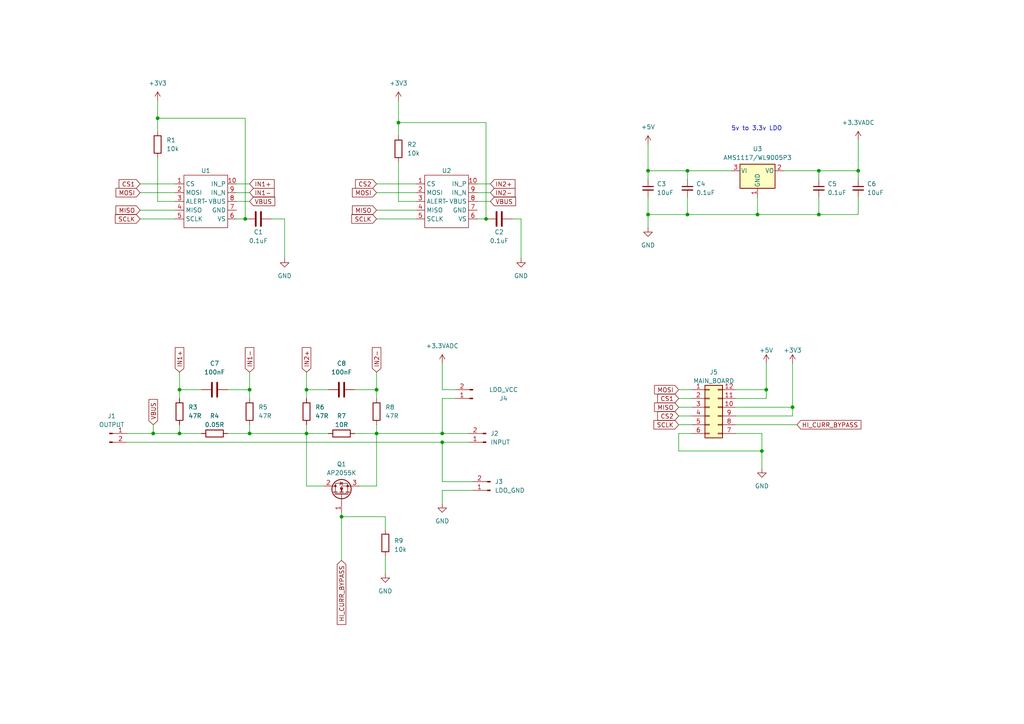
<source format=kicad_sch>
(kicad_sch (version 20230121) (generator eeschema)
  (paper "A4")
  (lib_symbols
    (symbol "+5V_1" (power) (pin_names (offset 0))
      (property "Value" "+5V_1" (at 0 3.556 0))
      (symbol "+5V_1_0_1"
        (polyline (pts (xy -0.762 1.27) (xy 0 2.54)))
        (polyline (pts (xy 0 0) (xy 0 2.54)))
        (polyline (pts (xy 0 2.54) (xy 0.762 1.27)))
      )
      (symbol "+5V_1_1_1"
        (pin power_in line (at 0 0 90) (length 0) hide (name "+5V") (number "1"))
      )
    )
    (symbol "Connector:Conn_01x02_Male" (pin_names (offset 1.016) hide)
      (property "Reference" "J" (at 0 2.54 0))
      (property "Value" "Conn_01x02_Male" (at 0 -5.08 0))
      (symbol "Conn_01x02_Male_1_1"
        (polyline (pts (xy 1.27 -2.54) (xy 0.8636 -2.54)) (stroke (width 0.1524)))
        (polyline (pts (xy 1.27 0) (xy 0.8636 0)) (stroke (width 0.1524)))
        (rectangle (start 0.8636 -2.413) (end 0 -2.667) (stroke (width 0.1524)) (fill (type outline)))
        (rectangle (start 0.8636 0.127) (end 0 -0.127) (stroke (width 0.1524)) (fill (type outline)))
        (pin passive line (at 5.08 0 180) (length 3.81) (name "Pin_1") (number "1"))
        (pin passive line (at 5.08 -2.54 180) (length 3.81) (name "Pin_2") (number "2"))
      )
    )
    (symbol "Connector_Generic:Conn_02x06_Counter_Clockwise" (pin_names (offset 1.016) hide)
      (property "Reference" "J" (at 1.27 7.62 0))
      (property "Value" "Conn_02x06_Counter_Clockwise" (at 1.27 -10.16 0))
      (symbol "Conn_02x06_Counter_Clockwise_1_1"
        (rectangle (start -1.27 -7.493) (end 0 -7.747) (stroke (width 0.1524)))
        (rectangle (start -1.27 -4.953) (end 0 -5.207) (stroke (width 0.1524)))
        (rectangle (start -1.27 -2.413) (end 0 -2.667) (stroke (width 0.1524)))
        (rectangle (start -1.27 0.127) (end 0 -0.127) (stroke (width 0.1524)))
        (rectangle (start -1.27 2.667) (end 0 2.413) (stroke (width 0.1524)))
        (rectangle (start -1.27 5.207) (end 0 4.953) (stroke (width 0.1524)))
        (rectangle (start -1.27 6.35) (end 3.81 -8.89) (stroke (width 0.254)) (fill (type background)))
        (rectangle (start 3.81 -7.493) (end 2.54 -7.747) (stroke (width 0.1524)))
        (rectangle (start 3.81 -4.953) (end 2.54 -5.207) (stroke (width 0.1524)))
        (rectangle (start 3.81 -2.413) (end 2.54 -2.667) (stroke (width 0.1524)))
        (rectangle (start 3.81 0.127) (end 2.54 -0.127) (stroke (width 0.1524)))
        (rectangle (start 3.81 2.667) (end 2.54 2.413) (stroke (width 0.1524)))
        (rectangle (start 3.81 5.207) (end 2.54 4.953) (stroke (width 0.1524)))
        (pin passive line (at -5.08 5.08 0) (length 3.81) (name "Pin_1") (number "1"))
        (pin passive line (at 7.62 0 180) (length 3.81) (name "Pin_10") (number "10"))
        (pin passive line (at 7.62 2.54 180) (length 3.81) (name "Pin_11") (number "11"))
        (pin passive line (at 7.62 5.08 180) (length 3.81) (name "Pin_12") (number "12"))
        (pin passive line (at -5.08 2.54 0) (length 3.81) (name "Pin_2") (number "2"))
        (pin passive line (at -5.08 0 0) (length 3.81) (name "Pin_3") (number "3"))
        (pin passive line (at -5.08 -2.54 0) (length 3.81) (name "Pin_4") (number "4"))
        (pin passive line (at -5.08 -5.08 0) (length 3.81) (name "Pin_5") (number "5"))
        (pin passive line (at -5.08 -7.62 0) (length 3.81) (name "Pin_6") (number "6"))
        (pin passive line (at 7.62 -7.62 180) (length 3.81) (name "Pin_7") (number "7"))
        (pin passive line (at 7.62 -5.08 180) (length 3.81) (name "Pin_8") (number "8"))
        (pin passive line (at 7.62 -2.54 180) (length 3.81) (name "Pin_9") (number "9"))
      )
    )
    (symbol "Device:C" (pin_numbers hide) (pin_names (offset 0.254))
      (property "Reference" "C" (at 0.635 2.54 0))
      (property "Value" "C" (at 0.635 -2.54 0))
      (symbol "C_0_1"
        (polyline (pts (xy -2.032 -0.762) (xy 2.032 -0.762)) (stroke (width 0.508)))
        (polyline (pts (xy -2.032 0.762) (xy 2.032 0.762)) (stroke (width 0.508)))
      )
      (symbol "C_1_1"
        (pin passive line (at 0 3.81 270) (length 2.794) (name "~") (number "1"))
        (pin passive line (at 0 -3.81 90) (length 2.794) (name "~") (number "2"))
      )
    )
    (symbol "Device:C_Small" (pin_numbers hide) (pin_names (offset 0.254) hide)
      (property "Reference" "C" (at 0.254 1.778 0))
      (property "Value" "C_Small" (at 0.254 -2.032 0))
      (symbol "C_Small_0_1"
        (polyline (pts (xy -1.524 -0.508) (xy 1.524 -0.508)) (stroke (width 0.3302)))
        (polyline (pts (xy -1.524 0.508) (xy 1.524 0.508)) (stroke (width 0.3048)))
      )
      (symbol "C_Small_1_1"
        (pin passive line (at 0 2.54 270) (length 2.032) (name "~") (number "1"))
        (pin passive line (at 0 -2.54 90) (length 2.032) (name "~") (number "2"))
      )
    )
    (symbol "Device:R" (pin_numbers hide) (pin_names (offset 0))
      (property "Reference" "R" (at 2.032 0 90))
      (property "Value" "R" (at 0 0 90))
      (symbol "R_0_1"
        (rectangle (start -1.016 -2.54) (end 1.016 2.54) (stroke (width 0.254)))
      )
      (symbol "R_1_1"
        (pin passive line (at 0 3.81 270) (length 1.27) (name "~") (number "1"))
        (pin passive line (at 0 -3.81 90) (length 1.27) (name "~") (number "2"))
      )
    )
    (symbol "JackcoLib:INA229"
      (property "Reference" "U" (at 0 8.89 0))
      (symbol "INA229_0_1"
        (rectangle (start -6.35 7.62) (end 6.35 -7.62) (stroke (width 0.1524)))
      )
      (symbol "INA229_1_1"
        (pin input line (at -8.89 5.08 0) (length 2.54) (name "CS") (number "1"))
        (pin input line (at 8.89 5.08 180) (length 2.54) (name "IN_P") (number "10"))
        (pin input line (at -8.89 2.54 0) (length 2.54) (name "MOSI") (number "2"))
        (pin input line (at -8.89 0 0) (length 2.54) (name "ALERT") (number "3"))
        (pin input line (at -8.89 -2.54 0) (length 2.54) (name "MISO") (number "4"))
        (pin input line (at -8.89 -5.08 0) (length 2.54) (name "SCLK") (number "5"))
        (pin input line (at 8.89 -5.08 180) (length 2.54) (name "VS") (number "6"))
        (pin input line (at 8.89 -2.54 180) (length 2.54) (name "GND") (number "7"))
        (pin input line (at 8.89 0 180) (length 2.54) (name "VBUS") (number "8"))
        (pin input line (at 8.89 2.54 180) (length 2.54) (name "IN_N") (number "9"))
      )
    )
    (symbol "Regulator_Linear:AMS1117-3.3" (pin_names (offset 0.254))
      (property "Reference" "U" (at -3.81 3.175 0))
      (property "Value" "AMS1117-3.3" (at 0 3.175 0))
      (symbol "AMS1117-3.3_0_1"
        (rectangle (start -5.08 -5.08) (end 5.08 1.905) (stroke (width 0.254)) (fill (type background)))
      )
      (symbol "AMS1117-3.3_1_1"
        (pin power_in line (at 0 -7.62 90) (length 2.54) (name "GND") (number "1"))
        (pin power_out line (at 7.62 0 180) (length 2.54) (name "VO") (number "2"))
        (pin power_in line (at -7.62 0 0) (length 2.54) (name "VI") (number "3"))
      )
    )
    (symbol "Transistor_FET:IPD50R3K0CE" (pin_names hide)
      (property "Reference" "Q" (at 5.08 1.905 0))
      (property "Value" "IPD50R3K0CE" (at 5.08 0 0))
      (symbol "IPD50R3K0CE_0_1"
        (polyline (pts (xy 0.254 0) (xy -2.54 0)))
        (polyline (pts (xy 0.254 1.905) (xy 0.254 -1.905)) (stroke (width 0.254)))
        (polyline (pts (xy 0.762 -1.27) (xy 0.762 -2.286)) (stroke (width 0.254)))
        (polyline (pts (xy 0.762 0.508) (xy 0.762 -0.508)) (stroke (width 0.254)))
        (polyline (pts (xy 0.762 2.286) (xy 0.762 1.27)) (stroke (width 0.254)))
        (polyline (pts (xy 2.54 2.54) (xy 2.54 1.778)))
        (polyline (pts (xy 2.54 -2.54) (xy 2.54 0) (xy 0.762 0)))
        (polyline (pts (xy 0.762 -1.778) (xy 3.302 -1.778) (xy 3.302 1.778) (xy 0.762 1.778)))
        (polyline (pts (xy 1.016 0) (xy 2.032 0.381) (xy 2.032 -0.381) (xy 1.016 0)) (fill (type outline)))
        (polyline (pts (xy 2.794 0.508) (xy 2.921 0.381) (xy 3.683 0.381) (xy 3.81 0.254)))
        (polyline (pts (xy 3.302 0.381) (xy 2.921 -0.254) (xy 3.683 -0.254) (xy 3.302 0.381)))
        (circle (center 1.651 0) (radius 2.794) (stroke (width 0.254)))
        (circle (center 2.54 -1.778) (radius 0.254) (fill (type outline)))
        (circle (center 2.54 1.778) (radius 0.254) (fill (type outline)))
      )
      (symbol "IPD50R3K0CE_1_1"
        (pin input line (at -5.08 0 0) (length 2.54) (name "G") (number "1"))
        (pin passive line (at 2.54 5.08 270) (length 2.54) (name "D") (number "2"))
        (pin passive line (at 2.54 -5.08 90) (length 2.54) (name "S") (number "3"))
      )
    )
    (symbol "power:+3.3VADC" (power) (pin_names (offset 0))
      (property "Value" "+3.3VADC" (at 0 2.54 0))
      (symbol "+3.3VADC_0_0"
        (pin power_in line (at 0 0 90) (length 0) hide (name "+3.3VADC") (number "1"))
      )
      (symbol "+3.3VADC_0_1"
        (polyline (pts (xy -0.762 1.27) (xy 0 2.54)))
        (polyline (pts (xy 0 0) (xy 0 2.54)))
        (polyline (pts (xy 0 2.54) (xy 0.762 1.27)))
      )
    )
    (symbol "power:+3V3" (power) (pin_names (offset 0))
      (property "Value" "+3V3" (at 0 3.556 0))
      (symbol "+3V3_0_1"
        (polyline (pts (xy -0.762 1.27) (xy 0 2.54)))
        (polyline (pts (xy 0 0) (xy 0 2.54)))
        (polyline (pts (xy 0 2.54) (xy 0.762 1.27)))
      )
      (symbol "+3V3_1_1"
        (pin power_in line (at 0 0 90) (length 0) hide (name "+3V3") (number "1"))
      )
    )
    (symbol "power:+5V" (power) (pin_names (offset 0))
      (property "Value" "+5V" (at 0 3.556 0))
      (symbol "+5V_0_1"
        (polyline (pts (xy -0.762 1.27) (xy 0 2.54)))
        (polyline (pts (xy 0 0) (xy 0 2.54)))
        (polyline (pts (xy 0 2.54) (xy 0.762 1.27)))
      )
      (symbol "+5V_1_1"
        (pin power_in line (at 0 0 90) (length 0) hide (name "+5V") (number "1"))
      )
    )
    (symbol "power:GND" (power) (pin_names (offset 0))
      (property "Value" "GND" (at 0 -3.81 0))
      (symbol "GND_0_1"
        (polyline (pts (xy 0 0) (xy 0 -1.27) (xy 1.27 -1.27) (xy 0 -2.54) (xy -1.27 -1.27) (xy 0 -1.27)))
      )
      (symbol "GND_1_1"
        (pin power_in line (at 0 0 270) (length 0) hide (name "GND") (number "1"))
      )
    )
  )
  (junction (at 219.71 62.23))
  (junction (at 88.9 125.73))
  (junction (at 187.96 62.23))
  (junction (at 109.22 113.03))
  (junction (at 187.96 49.53))
  (junction (at 128.27 128.27))
  (junction (at 229.87 118.11))
  (junction (at 115.57 35.56))
  (junction (at 45.72 34.29))
  (junction (at 109.22 125.73))
  (junction (at 237.49 62.23))
  (junction (at 44.45 125.73))
  (junction (at 248.92 49.53))
  (junction (at 128.27 125.73))
  (junction (at 52.07 113.03))
  (junction (at 71.12 63.5))
  (junction (at 199.39 62.23))
  (junction (at 140.97 63.5))
  (junction (at 88.9 113.03))
  (junction (at 237.49 49.53))
  (junction (at 199.39 49.53))
  (junction (at 222.25 113.03))
  (junction (at 220.98 130.81))
  (junction (at 52.07 125.73))
  (junction (at 72.39 113.03))
  (junction (at 72.39 125.73))
  (junction (at 99.06 149.86))
  (wire (pts (xy 52.07 107.95) (xy 52.07 113.03)))
  (wire (pts (xy 199.39 49.53) (xy 199.39 52.07)))
  (wire (pts (xy 187.96 49.53) (xy 187.96 52.07)))
  (wire (pts (xy 128.27 139.7) (xy 137.16 139.7)))
  (wire (pts (xy 72.39 125.73) (xy 88.9 125.73)))
  (wire (pts (xy 66.04 125.73) (xy 72.39 125.73)))
  (wire (pts (xy 237.49 57.15) (xy 237.49 62.23)))
  (wire (pts (xy 213.36 125.73) (xy 220.98 125.73)))
  (wire (pts (xy 71.12 34.29) (xy 71.12 63.5)))
  (wire (pts (xy 229.87 105.41) (xy 229.87 118.11)))
  (wire (pts (xy 196.85 130.81) (xy 220.98 130.81)))
  (wire (pts (xy 40.64 60.96) (xy 50.8 60.96)))
  (wire (pts (xy 88.9 140.97) (xy 93.98 140.97)))
  (wire (pts (xy 229.87 120.65) (xy 229.87 118.11)))
  (wire (pts (xy 58.42 113.03) (xy 52.07 113.03)))
  (wire (pts (xy 109.22 125.73) (xy 128.27 125.73)))
  (wire (pts (xy 115.57 46.99) (xy 115.57 58.42)))
  (wire (pts (xy 229.87 118.11) (xy 213.36 118.11)))
  (wire (pts (xy 68.58 53.34) (xy 72.39 53.34)))
  (wire (pts (xy 187.96 62.23) (xy 187.96 66.04)))
  (wire (pts (xy 128.27 113.03) (xy 132.08 113.03)))
  (wire (pts (xy 109.22 53.34) (xy 120.65 53.34)))
  (wire (pts (xy 196.85 113.03) (xy 200.66 113.03)))
  (wire (pts (xy 196.85 125.73) (xy 196.85 130.81)))
  (wire (pts (xy 95.25 113.03) (xy 88.9 113.03)))
  (wire (pts (xy 222.25 105.41) (xy 222.25 113.03)))
  (wire (pts (xy 148.59 63.5) (xy 151.13 63.5)))
  (wire (pts (xy 140.97 63.5) (xy 140.97 35.56)))
  (wire (pts (xy 40.64 63.5) (xy 50.8 63.5)))
  (wire (pts (xy 140.97 35.56) (xy 115.57 35.56)))
  (wire (pts (xy 151.13 63.5) (xy 151.13 74.93)))
  (wire (pts (xy 219.71 57.15) (xy 219.71 62.23)))
  (wire (pts (xy 102.87 113.03) (xy 109.22 113.03)))
  (wire (pts (xy 128.27 128.27) (xy 135.89 128.27)))
  (wire (pts (xy 109.22 123.19) (xy 109.22 125.73)))
  (wire (pts (xy 52.07 125.73) (xy 58.42 125.73)))
  (wire (pts (xy 109.22 140.97) (xy 104.14 140.97)))
  (wire (pts (xy 40.64 55.88) (xy 50.8 55.88)))
  (wire (pts (xy 187.96 49.53) (xy 199.39 49.53)))
  (wire (pts (xy 72.39 113.03) (xy 72.39 115.57)))
  (wire (pts (xy 187.96 57.15) (xy 187.96 62.23)))
  (wire (pts (xy 88.9 107.95) (xy 88.9 113.03)))
  (wire (pts (xy 138.43 58.42) (xy 142.24 58.42)))
  (wire (pts (xy 109.22 125.73) (xy 109.22 140.97)))
  (wire (pts (xy 68.58 58.42) (xy 72.39 58.42)))
  (wire (pts (xy 199.39 62.23) (xy 219.71 62.23)))
  (wire (pts (xy 99.06 149.86) (xy 111.76 149.86)))
  (wire (pts (xy 220.98 125.73) (xy 220.98 130.81)))
  (wire (pts (xy 128.27 115.57) (xy 132.08 115.57)))
  (wire (pts (xy 128.27 105.41) (xy 128.27 113.03)))
  (wire (pts (xy 78.74 63.5) (xy 82.55 63.5)))
  (wire (pts (xy 36.83 125.73) (xy 44.45 125.73)))
  (wire (pts (xy 72.39 107.95) (xy 72.39 113.03)))
  (wire (pts (xy 128.27 115.57) (xy 128.27 125.73)))
  (wire (pts (xy 128.27 125.73) (xy 135.89 125.73)))
  (wire (pts (xy 111.76 161.29) (xy 111.76 166.37)))
  (wire (pts (xy 222.25 115.57) (xy 213.36 115.57)))
  (wire (pts (xy 237.49 62.23) (xy 248.92 62.23)))
  (wire (pts (xy 45.72 58.42) (xy 50.8 58.42)))
  (wire (pts (xy 102.87 125.73) (xy 109.22 125.73)))
  (wire (pts (xy 99.06 149.86) (xy 99.06 162.56)))
  (wire (pts (xy 52.07 123.19) (xy 52.07 125.73)))
  (wire (pts (xy 109.22 60.96) (xy 120.65 60.96)))
  (wire (pts (xy 248.92 40.64) (xy 248.92 49.53)))
  (wire (pts (xy 237.49 49.53) (xy 248.92 49.53)))
  (wire (pts (xy 128.27 128.27) (xy 128.27 139.7)))
  (wire (pts (xy 213.36 123.19) (xy 231.14 123.19)))
  (wire (pts (xy 88.9 113.03) (xy 88.9 115.57)))
  (wire (pts (xy 68.58 55.88) (xy 72.39 55.88)))
  (wire (pts (xy 196.85 115.57) (xy 200.66 115.57)))
  (wire (pts (xy 109.22 113.03) (xy 109.22 115.57)))
  (wire (pts (xy 227.33 49.53) (xy 237.49 49.53)))
  (wire (pts (xy 36.83 128.27) (xy 128.27 128.27)))
  (wire (pts (xy 199.39 62.23) (xy 199.39 57.15)))
  (wire (pts (xy 128.27 142.24) (xy 137.16 142.24)))
  (wire (pts (xy 219.71 62.23) (xy 237.49 62.23)))
  (wire (pts (xy 237.49 49.53) (xy 237.49 52.07)))
  (wire (pts (xy 115.57 58.42) (xy 120.65 58.42)))
  (wire (pts (xy 187.96 62.23) (xy 199.39 62.23)))
  (wire (pts (xy 44.45 125.73) (xy 52.07 125.73)))
  (wire (pts (xy 196.85 120.65) (xy 200.66 120.65)))
  (wire (pts (xy 222.25 113.03) (xy 222.25 115.57)))
  (wire (pts (xy 138.43 53.34) (xy 142.24 53.34)))
  (wire (pts (xy 199.39 49.53) (xy 212.09 49.53)))
  (wire (pts (xy 220.98 130.81) (xy 220.98 135.89)))
  (wire (pts (xy 128.27 146.05) (xy 128.27 142.24)))
  (wire (pts (xy 213.36 120.65) (xy 229.87 120.65)))
  (wire (pts (xy 187.96 41.91) (xy 187.96 49.53)))
  (wire (pts (xy 109.22 107.95) (xy 109.22 113.03)))
  (wire (pts (xy 45.72 34.29) (xy 45.72 38.1)))
  (wire (pts (xy 109.22 55.88) (xy 120.65 55.88)))
  (wire (pts (xy 222.25 113.03) (xy 213.36 113.03)))
  (wire (pts (xy 88.9 125.73) (xy 95.25 125.73)))
  (wire (pts (xy 138.43 63.5) (xy 140.97 63.5)))
  (wire (pts (xy 196.85 123.19) (xy 200.66 123.19)))
  (wire (pts (xy 200.66 125.73) (xy 196.85 125.73)))
  (wire (pts (xy 52.07 113.03) (xy 52.07 115.57)))
  (wire (pts (xy 40.64 53.34) (xy 50.8 53.34)))
  (wire (pts (xy 248.92 49.53) (xy 248.92 52.07)))
  (wire (pts (xy 66.04 113.03) (xy 72.39 113.03)))
  (wire (pts (xy 88.9 123.19) (xy 88.9 125.73)))
  (wire (pts (xy 115.57 35.56) (xy 115.57 39.37)))
  (wire (pts (xy 109.22 63.5) (xy 120.65 63.5)))
  (wire (pts (xy 111.76 149.86) (xy 111.76 153.67)))
  (wire (pts (xy 88.9 125.73) (xy 88.9 140.97)))
  (wire (pts (xy 138.43 55.88) (xy 142.24 55.88)))
  (wire (pts (xy 115.57 29.21) (xy 115.57 35.56)))
  (wire (pts (xy 82.55 63.5) (xy 82.55 74.93)))
  (wire (pts (xy 196.85 118.11) (xy 200.66 118.11)))
  (wire (pts (xy 44.45 123.19) (xy 44.45 125.73)))
  (wire (pts (xy 99.06 148.59) (xy 99.06 149.86)))
  (wire (pts (xy 72.39 123.19) (xy 72.39 125.73)))
  (wire (pts (xy 248.92 62.23) (xy 248.92 57.15)))
  (wire (pts (xy 45.72 34.29) (xy 71.12 34.29)))
  (wire (pts (xy 71.12 63.5) (xy 68.58 63.5)))
  (wire (pts (xy 45.72 29.21) (xy 45.72 34.29)))
  (wire (pts (xy 45.72 45.72) (xy 45.72 58.42)))
  (text "5v to 3.3v LDO" (at 212.09 38.1 0) (effects (font (size 1.27 1.27)) (justify left bottom)))
  (global_label "VBUS" (shape input) (at 72.39 58.42 0) (property "Intersheetrefs" "${INTERSHEET_REFS}" (effects hide)))
  (global_label "CS2" (shape input) (at 109.22 53.34 180) (property "Intersheetrefs" "${INTERSHEET_REFS}" (effects hide)))
  (global_label "HI_CURR_BYPASS" (shape input) (at 99.06 162.56 270) (property "Intersheetrefs" "${INTERSHEET_REFS}" (effects hide)))
  (global_label "VBUS" (shape input) (at 142.24 58.42 0) (property "Intersheetrefs" "${INTERSHEET_REFS}" (effects hide)))
  (global_label "VBUS" (shape input) (at 44.45 123.19 90) (property "Intersheetrefs" "${INTERSHEET_REFS}" (effects hide)))
  (global_label "MISO" (shape input) (at 40.64 60.96 180) (property "Intersheetrefs" "${INTERSHEET_REFS}" (effects hide)))
  (global_label "IN1+" (shape input) (at 72.39 53.34 0) (property "Intersheetrefs" "${INTERSHEET_REFS}" (effects hide)))
  (global_label "IN2-" (shape input) (at 142.24 55.88 0) (property "Intersheetrefs" "${INTERSHEET_REFS}" (effects hide)))
  (global_label "IN1-" (shape input) (at 72.39 107.95 90) (property "Intersheetrefs" "${INTERSHEET_REFS}" (effects hide)))
  (global_label "CS1" (shape input) (at 196.85 115.57 180) (property "Intersheetrefs" "${INTERSHEET_REFS}" (effects hide)))
  (global_label "HI_CURR_BYPASS" (shape input) (at 231.14 123.19 0) (property "Intersheetrefs" "${INTERSHEET_REFS}" (effects hide)))
  (global_label "MOSI" (shape input) (at 40.64 55.88 180) (property "Intersheetrefs" "${INTERSHEET_REFS}" (effects hide)))
  (global_label "CS2" (shape input) (at 196.85 120.65 180) (property "Intersheetrefs" "${INTERSHEET_REFS}" (effects hide)))
  (global_label "SCLK" (shape input) (at 109.22 63.5 180) (property "Intersheetrefs" "${INTERSHEET_REFS}" (effects hide)))
  (global_label "MISO" (shape input) (at 109.22 60.96 180) (property "Intersheetrefs" "${INTERSHEET_REFS}" (effects hide)))
  (global_label "IN2+" (shape input) (at 142.24 53.34 0) (property "Intersheetrefs" "${INTERSHEET_REFS}" (effects hide)))
  (global_label "IN1-" (shape input) (at 72.39 55.88 0) (property "Intersheetrefs" "${INTERSHEET_REFS}" (effects hide)))
  (global_label "MISO" (shape input) (at 196.85 118.11 180) (property "Intersheetrefs" "${INTERSHEET_REFS}" (effects hide)))
  (global_label "MOSI" (shape input) (at 196.85 113.03 180) (property "Intersheetrefs" "${INTERSHEET_REFS}" (effects hide)))
  (global_label "CS1" (shape input) (at 40.64 53.34 180) (property "Intersheetrefs" "${INTERSHEET_REFS}" (effects hide)))
  (global_label "IN2-" (shape input) (at 109.22 107.95 90) (property "Intersheetrefs" "${INTERSHEET_REFS}" (effects hide)))
  (global_label "SCLK" (shape input) (at 196.85 123.19 180) (property "Intersheetrefs" "${INTERSHEET_REFS}" (effects hide)))
  (global_label "MOSI" (shape input) (at 109.22 55.88 180) (property "Intersheetrefs" "${INTERSHEET_REFS}" (effects hide)))
  (global_label "IN2+" (shape input) (at 88.9 107.95 90) (property "Intersheetrefs" "${INTERSHEET_REFS}" (effects hide)))
  (global_label "IN1+" (shape input) (at 52.07 107.95 90) (property "Intersheetrefs" "${INTERSHEET_REFS}" (effects hide)))
  (global_label "SCLK" (shape input) (at 40.64 63.5 180) (property "Intersheetrefs" "${INTERSHEET_REFS}" (effects hide)))
  (symbol (lib_id "Device:C_Small") (at 199.39 54.61 0) (unit 1)
    (property "Reference" "C4" (at 201.93 53.34 0) (effects (justify left)))
    (property "Value" "0.1uF" (at 201.93 55.88 0) (effects (justify left)))
    (property "Footprint" "Capacitor_SMD:C_0603_1608Metric_Pad1.08x0.95mm_HandSolder" (effects hide))
  )
  (symbol (lib_id "power:GND") (at 82.55 74.93 0) (unit 1)
    (property "Reference" "#PWR03" (effects hide))
    (property "Value" "GND" (at 82.55 80.01 0))
  )
  (symbol (lib_id "power:GND") (at 151.13 74.93 0) (unit 1)
    (property "Reference" "#PWR04" (effects hide))
    (property "Value" "GND" (at 151.13 80.01 0))
  )
  (symbol (lib_id "power:+3.3VADC") (at 128.27 105.41 0) (unit 1)
    (property "Reference" "#PWR09" (effects hide))
    (property "Value" "+3.3VADC" (at 128.27 100.33 0))
  )
  (symbol (lib_id "Connector:Conn_01x02_Male") (at 142.24 142.24 180) (unit 1)
    (property "Reference" "J3" (at 143.51 139.6999 0) (effects (justify right)))
    (property "Value" "LDO_GND" (at 143.51 142.2399 0) (effects (justify right)))
    (property "Footprint" "Connector_PinSocket_2.54mm:PinSocket_1x02_P2.54mm_Vertical" (effects hide))
  )
  (symbol (lib_id "power:+3V3") (at 115.57 29.21 0) (unit 1)
    (property "Reference" "#PWR02" (effects hide))
    (property "Value" "+3V3" (at 115.57 24.13 0))
  )
  (symbol (lib_id "Device:C") (at 62.23 113.03 90) (unit 1)
    (property "Reference" "C7" (at 62.23 105.41 90))
    (property "Value" "100nF" (at 62.23 107.95 90))
    (property "Footprint" "Capacitor_SMD:C_0603_1608Metric_Pad1.08x0.95mm_HandSolder" (effects hide))
  )
  (symbol (lib_id "Device:C_Small") (at 237.49 54.61 0) (unit 1)
    (property "Reference" "C5" (at 240.03 53.34 0) (effects (justify left)))
    (property "Value" "0.1uF" (at 240.03 55.88 0) (effects (justify left)))
    (property "Footprint" "Capacitor_SMD:C_0603_1608Metric_Pad1.08x0.95mm_HandSolder" (effects hide))
  )
  (symbol (lib_id "Device:R") (at 109.22 119.38 0) (unit 1)
    (property "Reference" "R8" (at 111.76 118.1099 0) (effects (justify left)))
    (property "Value" "47R" (at 111.76 120.6499 0) (effects (justify left)))
    (property "Footprint" "Resistor_SMD:R_0603_1608Metric_Pad0.98x0.95mm_HandSolder" (effects hide))
    (property "Purchase Link" " " (effects hide))
  )
  (symbol (lib_id "power:+3V3") (at 229.87 105.41 0) (unit 1)
    (property "Reference" "#PWR013" (effects hide))
    (property "Value" "+3V3" (at 229.87 101.6 0))
  )
  (symbol (lib_name "+5V_1") (lib_id "power:+5V") (at 222.25 105.41 0) (unit 1)
    (property "Reference" "#PWR012" (effects hide))
    (property "Value" "+5V" (at 222.25 101.6 0))
  )
  (symbol (lib_id "Connector:Conn_01x02_Male") (at 140.97 128.27 180) (unit 1)
    (property "Reference" "J2" (at 142.24 125.7299 0) (effects (justify right)))
    (property "Value" "INPUT" (at 142.24 128.2699 0) (effects (justify right)))
    (property "Footprint" "Connector_PinHeader_2.54mm:PinHeader_1x02_P2.54mm_Vertical" (effects hide))
  )
  (symbol (lib_id "power:GND") (at 111.76 166.37 0) (unit 1)
    (property "Reference" "#PWR010" (effects hide))
    (property "Value" "GND" (at 111.76 171.45 0))
  )
  (symbol (lib_id "Connector:Conn_01x02_Male") (at 137.16 115.57 180) (unit 1)
    (property "Reference" "J4" (at 146.05 115.57 0))
    (property "Value" "LDO_VCC" (at 146.05 113.03 0))
    (property "Footprint" "Connector_PinSocket_2.54mm:PinSocket_1x02_P2.54mm_Vertical" (effects hide))
  )
  (symbol (lib_id "power:+3.3VADC") (at 248.92 40.64 0) (unit 1)
    (property "Reference" "#PWR07" (effects hide))
    (property "Value" "+3.3VADC" (at 248.92 35.56 0))
  )
  (symbol (lib_id "power:+5V") (at 187.96 41.91 0) (unit 1)
    (property "Reference" "#PWR05" (effects hide))
    (property "Value" "+5V" (at 187.96 36.83 0))
  )
  (symbol (lib_id "Device:R") (at 115.57 43.18 0) (unit 1)
    (property "Reference" "R2" (at 118.11 41.9099 0) (effects (justify left)))
    (property "Value" "10k" (at 118.11 44.4499 0) (effects (justify left)))
    (property "Footprint" "Resistor_SMD:R_0603_1608Metric_Pad0.98x0.95mm_HandSolder" (effects hide))
  )
  (symbol (lib_id "Device:R") (at 88.9 119.38 0) (unit 1)
    (property "Reference" "R6" (at 91.44 118.1099 0) (effects (justify left)))
    (property "Value" "47R" (at 91.44 120.6499 0) (effects (justify left)))
    (property "Footprint" "Resistor_SMD:R_0603_1608Metric_Pad0.98x0.95mm_HandSolder" (effects hide))
    (property "Purchase Link" " " (effects hide))
  )
  (symbol (lib_id "Regulator_Linear:AMS1117-3.3") (at 219.71 49.53 0) (unit 1)
    (property "Reference" "U3" (at 219.71 43.18 0))
    (property "Value" "AMS1117/WL9005P3" (at 219.71 45.72 0))
    (property "Footprint" "Package_TO_SOT_SMD:SOT-89-3_Handsoldering" (effects hide))
    (property "Datasheet" "http://www.advanced-monolithic.com/pdf/ds1117.pdf" (effects hide))
  )
  (symbol (lib_id "Device:C") (at 99.06 113.03 90) (unit 1)
    (property "Reference" "C8" (at 99.06 105.41 90))
    (property "Value" "100nF" (at 99.06 107.95 90))
    (property "Footprint" "Capacitor_SMD:C_0603_1608Metric_Pad1.08x0.95mm_HandSolder" (effects hide))
  )
  (symbol (lib_id "Device:C") (at 144.78 63.5 90) (unit 1)
    (property "Reference" "C2" (at 144.78 67.31 90))
    (property "Value" "0.1uF" (at 144.78 69.85 90))
  )
  (symbol (lib_id "power:GND") (at 128.27 146.05 0) (unit 1)
    (property "Reference" "#PWR08" (effects hide))
    (property "Value" "GND" (at 128.27 151.13 0))
  )
  (symbol (lib_id "Device:R") (at 72.39 119.38 0) (unit 1)
    (property "Reference" "R5" (at 74.93 118.1099 0) (effects (justify left)))
    (property "Value" "47R" (at 74.93 120.6499 0) (effects (justify left)))
    (property "Footprint" "Resistor_SMD:R_0603_1608Metric_Pad0.98x0.95mm_HandSolder" (effects hide))
    (property "Purchase Link" " " (effects hide))
  )
  (symbol (lib_id "Device:R") (at 52.07 119.38 0) (unit 1)
    (property "Reference" "R3" (at 54.61 118.1099 0) (effects (justify left)))
    (property "Value" "47R" (at 54.61 120.6499 0) (effects (justify left)))
    (property "Footprint" "Resistor_SMD:R_0603_1608Metric_Pad0.98x0.95mm_HandSolder" (effects hide))
    (property "Purchase Link" " " (effects hide))
  )
  (symbol (lib_id "power:GND") (at 187.96 66.04 0) (unit 1)
    (property "Reference" "#PWR06" (effects hide))
    (property "Value" "GND" (at 187.96 71.12 0))
  )
  (symbol (lib_id "Device:C") (at 74.93 63.5 90) (unit 1)
    (property "Reference" "C1" (at 74.93 67.31 90))
    (property "Value" "0.1uF" (at 74.93 69.85 90))
  )
  (symbol (lib_id "Device:R") (at 99.06 125.73 270) (unit 1)
    (property "Reference" "R7" (at 99.06 120.65 90))
    (property "Value" "10R" (at 99.06 123.19 90))
    (property "Footprint" "Resistor_SMD:R_2512_6332Metric_Pad1.40x3.35mm_HandSolder" (effects hide))
    (property "Purchase Link" "https://www.mouser.com/ProductDetail/Vishay-Dale/WSL2512R5000DEA or https://www.lcsc.com/product-detail/Current-Sense-Resistors-Shunt-Resistors_Vishay-Intertech-WSL2512R0500FEA_C413486.html" (effects hide))
  )
  (symbol (lib_id "power:GND") (at 220.98 135.89 0) (unit 1)
    (property "Reference" "#PWR011" (effects hide))
    (property "Value" "GND" (at 220.98 140.97 0))
  )
  (symbol (lib_id "JackcoLib:INA229") (at 59.69 58.42 0) (unit 1)
    (property "Reference" "U1" (at 59.69 49.53 0))
    (property "Value" "~" (at 59.69 58.42 0))
  )
  (symbol (lib_id "Device:R") (at 62.23 125.73 270) (unit 1)
    (property "Reference" "R4" (at 62.23 120.65 90))
    (property "Value" "0.05R" (at 62.23 123.19 90))
    (property "Footprint" "Resistor_SMD:R_2512_6332Metric_Pad1.40x3.35mm_HandSolder" (effects hide))
    (property "Purchase Link" "https://www.mouser.com/ProductDetail/Vishay-Dale/WSL2512R5000DEA or https://www.lcsc.com/product-detail/Current-Sense-Resistors-Shunt-Resistors_Vishay-Intertech-WSL2512R0500FEA_C413486.html" (effects hide))
  )
  (symbol (lib_id "JackcoLib:INA229") (at 129.54 58.42 0) (unit 1)
    (property "Reference" "U2" (at 129.54 49.53 0))
    (property "Value" "~" (at 129.54 58.42 0))
  )
  (symbol (lib_id "Transistor_FET:IPD50R3K0CE") (at 99.06 143.51 90) (unit 1)
    (property "Reference" "Q1" (at 99.06 134.62 90))
    (property "Value" "AP2055K" (at 99.06 137.16 90))
    (property "Footprint" "Package_TO_SOT_SMD:TO-252-2" (effects hide))
    (property "Datasheet" "https://www.infineon.com/dgdl/IPx50R3K0CE_2_0.pdf?folderId=db3a3043163797a6011637d4bae7003b&fileId=db3a304339dcf4b10139e7e9ff592ce4" (effects hide))
  )
  (symbol (lib_id "Device:C_Small") (at 248.92 54.61 0) (unit 1)
    (property "Reference" "C6" (at 251.46 53.34 0) (effects (justify left)))
    (property "Value" "10uF" (at 251.46 55.88 0) (effects (justify left)))
    (property "Footprint" "Capacitor_SMD:C_0603_1608Metric_Pad1.08x0.95mm_HandSolder" (effects hide))
  )
  (symbol (lib_id "power:+3V3") (at 45.72 29.21 0) (unit 1)
    (property "Reference" "#PWR01" (effects hide))
    (property "Value" "+3V3" (at 45.72 24.13 0))
  )
  (symbol (lib_id "Connector:Conn_01x02_Male") (at 31.75 125.73 0) (unit 1)
    (property "Reference" "J1" (at 32.385 120.65 0))
    (property "Value" "OUTPUT" (at 32.385 123.19 0))
    (property "Footprint" "Connector_PinHeader_2.54mm:PinHeader_1x02_P2.54mm_Vertical" (effects hide))
  )
  (symbol (lib_id "Device:R") (at 111.76 157.48 0) (unit 1)
    (property "Reference" "R9" (at 114.3 156.845 0) (effects (justify left)))
    (property "Value" "10k" (at 114.3 159.385 0) (effects (justify left)))
  )
  (symbol (lib_id "Device:C_Small") (at 187.96 54.61 0) (unit 1)
    (property "Reference" "C3" (at 190.5 53.34 0) (effects (justify left)))
    (property "Value" "10uF" (at 190.5 55.88 0) (effects (justify left)))
    (property "Footprint" "Capacitor_SMD:C_0603_1608Metric_Pad1.08x0.95mm_HandSolder" (effects hide))
  )
  (symbol (lib_id "Device:R") (at 45.72 41.91 0) (unit 1)
    (property "Reference" "R1" (at 48.26 40.6399 0) (effects (justify left)))
    (property "Value" "10k" (at 48.26 43.1799 0) (effects (justify left)))
    (property "Footprint" "Resistor_SMD:R_0603_1608Metric_Pad0.98x0.95mm_HandSolder" (effects hide))
  )
  (symbol (lib_id "Connector_Generic:Conn_02x06_Counter_Clockwise") (at 205.74 118.11 0) (unit 1)
    (property "Reference" "J5" (at 207.01 107.95 0))
    (property "Value" "MAIN_BOARD" (at 207.01 110.49 0))
  )
)
</source>
